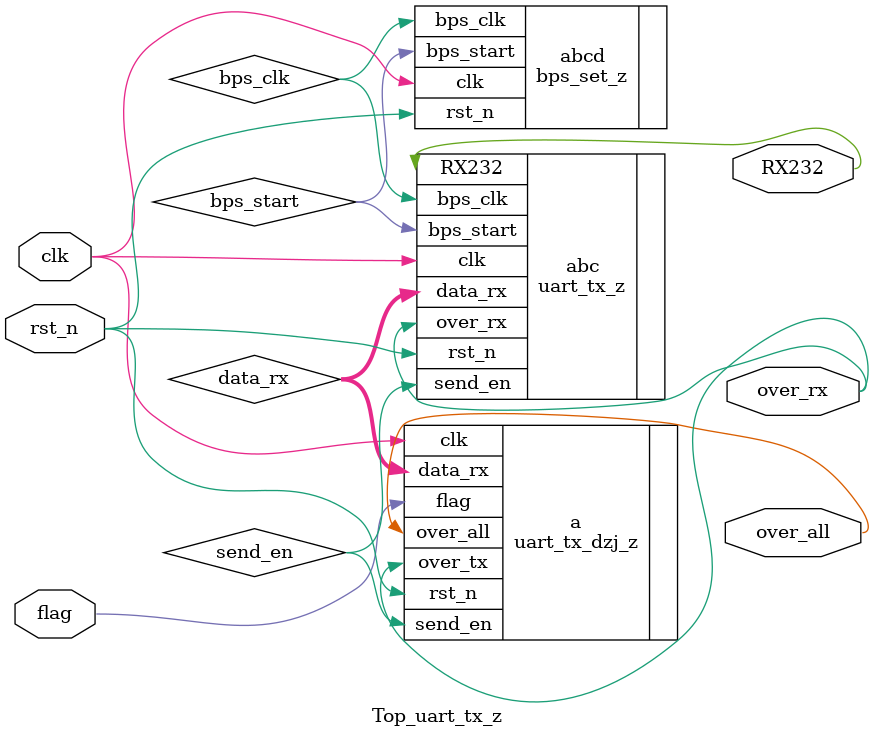
<source format=v>
`timescale 1ns / 1ps
module Top_uart_tx_z(
	input flag,
	input clk,
	input rst_n,
	
	output RX232,
	output over_rx,
	output over_all
    );
	wire [7:0]data_rx;
	uart_tx_dzj_z a (
    .flag(flag), 
    .clk(clk), 
    .rst_n(rst_n), 
    .over_tx(over_rx), 
    .data_rx(data_rx), 
    .send_en(send_en),
	.over_all(over_all)
    );
	uart_tx_z abc (
    .clk(clk), 
    .bps_clk(bps_clk), 
    .send_en(send_en), 
    .rst_n(rst_n), 
    .data_rx(data_rx), 
    .RX232(RX232), 
    .over_rx(over_rx), 
    .bps_start(bps_start)
    );
	bps_set_z abcd (
    .clk(clk), 
    .rst_n(rst_n), 
    .bps_start(bps_start), 
    .bps_clk(bps_clk)
    );


endmodule
</source>
